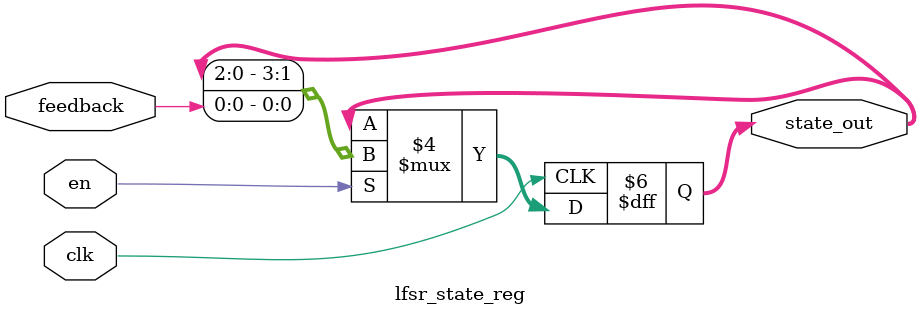
<source format=sv>
module rng_lfsr_12(
    input           clk,
    input           en,
    output [3:0]    rand_out
);

    wire [3:0] lfsr_state;
    wire       feedback;

    // LFSR Feedback Calculation Module
    lfsr_feedback #(
        .WIDTH(4)
    ) u_lfsr_feedback (
        .state_in(lfsr_state),
        .feedback_out(feedback)
    );

    // LFSR State Register Module
    lfsr_state_reg #(
        .WIDTH(4),
        .INIT_STATE(4'b1010)
    ) u_lfsr_state_reg (
        .clk(clk),
        .en(en),
        .feedback(feedback),
        .state_out(lfsr_state)
    );

    assign rand_out = lfsr_state;

endmodule

//------------------------------------------------------------------------------
// LFSR Feedback Calculation Module
// Calculates the feedback bit for the LFSR based on the tap positions.
//------------------------------------------------------------------------------
module lfsr_feedback #(
    parameter WIDTH = 4
)(
    input  [WIDTH-1:0] state_in,
    output             feedback_out
);
    // For 4-bit LFSR, taps at bit 3 and bit 2 (state_in[3] ^ state_in[2])
    assign feedback_out = state_in[3] ^ state_in[2];
endmodule

//------------------------------------------------------------------------------
// LFSR State Register Module
// Holds the current state of the LFSR and updates it on each clock cycle.
//------------------------------------------------------------------------------
module lfsr_state_reg #(
    parameter WIDTH = 4,
    parameter [WIDTH-1:0] INIT_STATE = 4'b0001
)(
    input                   clk,
    input                   en,
    input                   feedback,
    output reg [WIDTH-1:0]  state_out
);
    always @(posedge clk) begin
        if (en)
            state_out <= {state_out[WIDTH-2:0], feedback};
        else
            state_out <= state_out;
    end

    // Asynchronous reset to initial state on power-up
    initial begin
        state_out = INIT_STATE;
    end
endmodule
</source>
